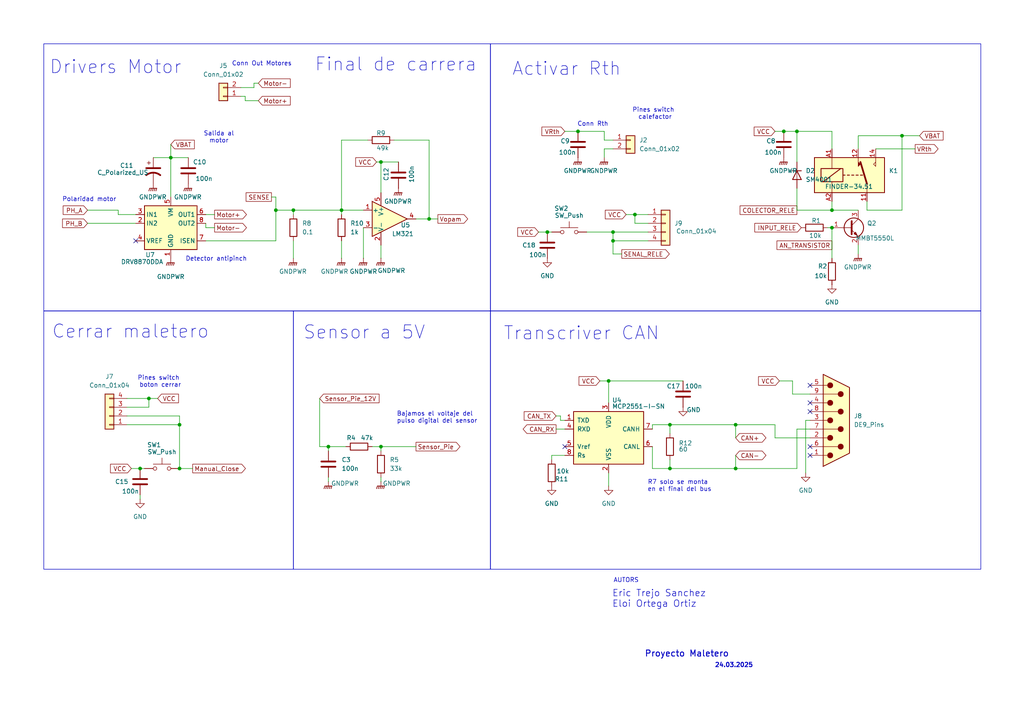
<source format=kicad_sch>
(kicad_sch (version 20250114) (generator "eeschema") (generator_version "9.0")
  (paper "A4")
  (lib_symbols
    (symbol "Amplifier_Operational:LM321" (pin_names (offset 0.127))
      (property "Reference" "U" (at 0 7.62 0))
      (property "Value" "LM321" (at 0 5.08 0))
      (symbol "LM321_0_1"
        (polyline (pts (xy -5.08 5.08) (xy 5.08 0) (xy -5.08 -5.08) (xy -5.08 5.08)) (stroke (width 0.254)) (fill (type background)))
      )
      (symbol "LM321_1_1"
        (pin input line (at -7.62 2.54 0) (length 2.54) (name "+") (number "1"))
        (pin input line (at -7.62 -2.54 0) (length 2.54) (name "-") (number "3"))
        (pin power_in line (at -2.54 7.62 270) (length 3.81) (name "V+") (number "5"))
        (pin power_in line (at -2.54 -7.62 90) (length 3.81) (name "V-") (number "2"))
        (pin output line (at 7.62 0 180) (length 2.54) (name "~") (number "4"))
      )
    )
    (symbol "Connector:DE9_Pins" (pin_names (offset 1.016) (hide yes))
      (property "Reference" "J" (at 0 13.97 0))
      (property "Value" "DE9_Pins" (at 0 -14.605 0))
      (symbol "DE9_Pins_0_1"
        (polyline (pts (xy -3.81 10.16) (xy -2.54 10.16)))
        (polyline (pts (xy -3.81 7.62) (xy 0.508 7.62)))
        (polyline (pts (xy -3.81 5.08) (xy -2.54 5.08)))
        (polyline (pts (xy -3.81 2.54) (xy 0.508 2.54)))
        (polyline (pts (xy -3.81 0) (xy -2.54 0)))
        (polyline (pts (xy -3.81 -2.54) (xy 0.508 -2.54)))
        (polyline (pts (xy -3.81 -5.08) (xy -2.54 -5.08)))
        (polyline (pts (xy -3.81 -7.62) (xy 0.508 -7.62)))
        (polyline (pts (xy -3.81 -10.16) (xy -2.54 -10.16)))
        (polyline (pts (xy -3.81 -13.335) (xy -3.81 13.335) (xy 3.81 9.525) (xy 3.81 -9.525) (xy -3.81 -13.335)) (stroke (width 0.254)) (fill (type background)))
        (circle (center -1.778 10.16) (radius 0.762) (fill (type outline)))
        (circle (center -1.778 5.08) (radius 0.762) (fill (type outline)))
        (circle (center -1.778 0) (radius 0.762) (fill (type outline)))
        (circle (center -1.778 -5.08) (radius 0.762) (fill (type outline)))
        (circle (center -1.778 -10.16) (radius 0.762) (fill (type outline)))
        (circle (center 1.27 7.62) (radius 0.762) (fill (type outline)))
        (circle (center 1.27 2.54) (radius 0.762) (fill (type outline)))
        (circle (center 1.27 -2.54) (radius 0.762) (fill (type outline)))
        (circle (center 1.27 -7.62) (radius 0.762) (fill (type outline)))
      )
      (symbol "DE9_Pins_1_1"
        (pin passive line (at -7.62 10.16 0) (length 3.81) (name "5") (number "5"))
        (pin passive line (at -7.62 7.62 0) (length 3.81) (name "9") (number "9"))
        (pin passive line (at -7.62 5.08 0) (length 3.81) (name "4") (number "4"))
        (pin passive line (at -7.62 2.54 0) (length 3.81) (name "8") (number "8"))
        (pin passive line (at -7.62 0 0) (length 3.81) (name "3") (number "3"))
        (pin passive line (at -7.62 -2.54 0) (length 3.81) (name "7") (number "7"))
        (pin passive line (at -7.62 -5.08 0) (length 3.81) (name "2") (number "2"))
        (pin passive line (at -7.62 -7.62 0) (length 3.81) (name "6") (number "6"))
        (pin passive line (at -7.62 -10.16 0) (length 3.81) (name "1") (number "1"))
      )
    )
    (symbol "Connector_Generic:Conn_01x02" (pin_names (offset 1.016) (hide yes))
      (property "Reference" "J" (at 0 2.54 0))
      (property "Value" "Conn_01x02" (at 0 -5.08 0))
      (symbol "Conn_01x02_1_1"
        (rectangle (start -1.27 1.27) (end 1.27 -3.81) (stroke (width 0.254)) (fill (type background)))
        (rectangle (start -1.27 0.127) (end 0 -0.127) (stroke (width 0.1524)))
        (rectangle (start -1.27 -2.413) (end 0 -2.667) (stroke (width 0.1524)))
        (pin passive line (at -5.08 0 0) (length 3.81) (name "Pin_1") (number "1"))
        (pin passive line (at -5.08 -2.54 0) (length 3.81) (name "Pin_2") (number "2"))
      )
    )
    (symbol "Connector_Generic:Conn_01x04" (pin_names (offset 1.016) (hide yes))
      (property "Reference" "J" (at 0 5.08 0))
      (property "Value" "Conn_01x04" (at 0 -7.62 0))
      (symbol "Conn_01x04_1_1"
        (rectangle (start -1.27 3.81) (end 1.27 -6.35) (stroke (width 0.254)) (fill (type background)))
        (rectangle (start -1.27 2.667) (end 0 2.413) (stroke (width 0.1524)))
        (rectangle (start -1.27 0.127) (end 0 -0.127) (stroke (width 0.1524)))
        (rectangle (start -1.27 -2.413) (end 0 -2.667) (stroke (width 0.1524)))
        (rectangle (start -1.27 -4.953) (end 0 -5.207) (stroke (width 0.1524)))
        (pin passive line (at -5.08 2.54 0) (length 3.81) (name "Pin_1") (number "1"))
        (pin passive line (at -5.08 0 0) (length 3.81) (name "Pin_2") (number "2"))
        (pin passive line (at -5.08 -2.54 0) (length 3.81) (name "Pin_3") (number "3"))
        (pin passive line (at -5.08 -5.08 0) (length 3.81) (name "Pin_4") (number "4"))
      )
    )
    (symbol "Device:C" (pin_numbers (hide yes)) (pin_names (offset 0.254))
      (property "Reference" "C" (at 0.635 2.54 0))
      (property "Value" "C" (at 0.635 -2.54 0))
      (symbol "C_0_1"
        (polyline (pts (xy -2.032 0.762) (xy 2.032 0.762)) (stroke (width 0.508)))
        (polyline (pts (xy -2.032 -0.762) (xy 2.032 -0.762)) (stroke (width 0.508)))
      )
      (symbol "C_1_1"
        (pin passive line (at 0 3.81 270) (length 2.794) (name "~") (number "1"))
        (pin passive line (at 0 -3.81 90) (length 2.794) (name "~") (number "2"))
      )
    )
    (symbol "Device:C_Polarized_US" (pin_numbers (hide yes)) (pin_names (offset 0.254) (hide yes))
      (property "Reference" "C" (at 0.635 2.54 0))
      (property "Value" "C_Polarized_US" (at 0.635 -2.54 0))
      (symbol "C_Polarized_US_0_1"
        (polyline (pts (xy -2.032 0.762) (xy 2.032 0.762)) (stroke (width 0.508)))
        (polyline (pts (xy -1.778 2.286) (xy -0.762 2.286)))
        (polyline (pts (xy -1.27 1.778) (xy -1.27 2.794)))
        (arc (start -2.032 -1.27) (mid 0 -0.5572) (end 2.032 -1.27) (stroke (width 0.508)))
      )
      (symbol "C_Polarized_US_1_1"
        (pin passive line (at 0 3.81 270) (length 2.794) (name "~") (number "1"))
        (pin passive line (at 0 -3.81 90) (length 3.302) (name "~") (number "2"))
      )
    )
    (symbol "Device:R" (pin_numbers (hide yes)) (pin_names (offset 0))
      (property "Reference" "R" (at 2.032 0 90))
      (property "Value" "R" (at 0 0 90))
      (symbol "R_0_1"
        (rectangle (start -1.016 -2.54) (end 1.016 2.54) (stroke (width 0.254)))
      )
      (symbol "R_1_1"
        (pin passive line (at 0 3.81 270) (length 1.27) (name "~") (number "1"))
        (pin passive line (at 0 -3.81 90) (length 1.27) (name "~") (number "2"))
      )
    )
    (symbol "Diode:SM4001" (pin_numbers (hide yes)) (pin_names (hide yes))
      (property "Reference" "D" (at 0 2.54 0))
      (property "Value" "SM4001" (at 0 -2.54 0))
      (symbol "SM4001_0_1"
        (polyline (pts (xy -1.27 1.27) (xy -1.27 -1.27)) (stroke (width 0.254)))
        (polyline (pts (xy 1.27 1.27) (xy 1.27 -1.27) (xy -1.27 0) (xy 1.27 1.27)) (stroke (width 0.254)))
        (polyline (pts (xy 1.27 0) (xy -1.27 0)))
      )
      (symbol "SM4001_1_1"
        (pin passive line (at -3.81 0 0) (length 2.54) (name "K") (number "1"))
        (pin passive line (at 3.81 0 180) (length 2.54) (name "A") (number "2"))
      )
    )
    (symbol "Driver_Motor:DRV8870DDA"
      (property "Reference" "U" (at -6.35 6.35 0))
      (property "Value" "DRV8870DDA" (at 8.89 6.35 0))
      (symbol "DRV8870DDA_0_1"
        (rectangle (start -7.62 5.08) (end 7.62 -7.62) (stroke (width 0.254)) (fill (type background)))
      )
      (symbol "DRV8870DDA_1_1"
        (pin input line (at -10.16 2.54 0) (length 2.54) (name "IN1") (number "3"))
        (pin input line (at -10.16 0 0) (length 2.54) (name "IN2") (number "2"))
        (pin input line (at -10.16 -5.08 0) (length 2.54) (name "VREF") (number "4"))
        (pin power_in line (at 0 7.62 270) (length 2.54) (name "VM") (number "5"))
        (pin power_in line (at 0 -10.16 90) (length 2.54) (name "GND") (number "1"))
        (pin passive line (at 0 -10.16 90) (length 2.54) (hide yes) (name "GND") (number "9"))
        (pin output line (at 10.16 2.54 180) (length 2.54) (name "OUT1") (number "6"))
        (pin output line (at 10.16 0 180) (length 2.54) (name "OUT2") (number "8"))
        (pin passive line (at 10.16 -5.08 180) (length 2.54) (name "ISEN") (number "7"))
      )
    )
    (symbol "Interface_CAN_LIN:MCP2551-I-SN" (pin_names (offset 1.016))
      (property "Reference" "U" (at -10.16 8.89 0))
      (property "Value" "MCP2551-I-SN" (at 2.54 8.89 0))
      (symbol "MCP2551-I-SN_0_1"
        (rectangle (start -10.16 7.62) (end 10.16 -7.62) (stroke (width 0.254)) (fill (type background)))
      )
      (symbol "MCP2551-I-SN_1_1"
        (pin input line (at -12.7 5.08 0) (length 2.54) (name "TXD") (number "1"))
        (pin output line (at -12.7 2.54 0) (length 2.54) (name "RXD") (number "4"))
        (pin power_out line (at -12.7 -2.54 0) (length 2.54) (name "Vref") (number "5"))
        (pin input line (at -12.7 -5.08 0) (length 2.54) (name "Rs") (number "8"))
        (pin power_in line (at 0 10.16 270) (length 2.54) (name "VDD") (number "3"))
        (pin power_in line (at 0 -10.16 90) (length 2.54) (name "VSS") (number "2"))
        (pin bidirectional line (at 12.7 2.54 180) (length 2.54) (name "CANH") (number "7"))
        (pin bidirectional line (at 12.7 -2.54 180) (length 2.54) (name "CANL") (number "6"))
      )
    )
    (symbol "Relay:FINDER-34.51"
      (property "Reference" "K" (at 11.43 3.81 0))
      (property "Value" "FINDER-34.51" (at 11.43 1.27 0))
      (symbol "FINDER-34.51_0_0"
        (polyline (pts (xy 7.62 5.08) (xy 7.62 2.54) (xy 6.985 3.175) (xy 7.62 3.81)))
      )
      (symbol "FINDER-34.51_0_1"
        (rectangle (start -10.16 5.08) (end 10.16 -5.08) (stroke (width 0.254)) (fill (type background)))
        (rectangle (start -8.255 1.905) (end -1.905 -1.905) (stroke (width 0.254)))
        (polyline (pts (xy -7.62 -1.905) (xy -2.54 1.905)) (stroke (width 0.254)))
        (polyline (pts (xy -5.08 5.08) (xy -5.08 1.905)))
        (polyline (pts (xy -5.08 -5.08) (xy -5.08 -1.905)))
        (polyline (pts (xy -1.905 0) (xy -1.27 0)) (stroke (width 0.254)))
        (polyline (pts (xy -0.635 0) (xy 0 0)) (stroke (width 0.254)))
        (polyline (pts (xy 0.635 0) (xy 1.27 0)) (stroke (width 0.254)))
        (polyline (pts (xy 1.905 0) (xy 2.54 0)) (stroke (width 0.254)))
        (polyline (pts (xy 2.54 5.08) (xy 2.54 2.54) (xy 3.175 3.175) (xy 2.54 3.81)) (fill (type outline)))
        (polyline (pts (xy 3.175 0) (xy 3.81 0)) (stroke (width 0.254)))
        (polyline (pts (xy 5.08 -2.54) (xy 3.175 3.81)) (stroke (width 0.508)))
        (polyline (pts (xy 5.08 -2.54) (xy 5.08 -5.08)))
      )
      (symbol "FINDER-34.51_1_1"
        (pin passive line (at -5.08 7.62 270) (length 2.54) (name "~") (number "A1"))
        (pin passive line (at -5.08 -7.62 90) (length 2.54) (name "~") (number "A2"))
        (pin passive line (at 2.54 7.62 270) (length 2.54) (name "~") (number "12"))
        (pin passive line (at 5.08 -7.62 90) (length 2.54) (name "~") (number "11"))
        (pin passive line (at 7.62 7.62 270) (length 2.54) (name "~") (number "14"))
      )
    )
    (symbol "Switch:SW_Push" (pin_numbers (hide yes)) (pin_names (offset 1.016) (hide yes))
      (property "Reference" "SW" (at 1.27 2.54 0))
      (property "Value" "SW_Push" (at 0 -1.524 0))
      (symbol "SW_Push_0_1"
        (circle (center -2.032 0) (radius 0.508))
        (polyline (pts (xy 0 1.27) (xy 0 3.048)))
        (circle (center 2.032 0) (radius 0.508))
        (polyline (pts (xy 2.54 1.27) (xy -2.54 1.27)))
        (pin passive line (at -5.08 0 0) (length 2.54) (name "1") (number "1"))
        (pin passive line (at 5.08 0 180) (length 2.54) (name "2") (number "2"))
      )
    )
    (symbol "Transistor_BJT:MMBT5550L" (pin_names (offset 0) (hide yes))
      (property "Reference" "Q" (at 5.08 1.905 0))
      (property "Value" "MMBT5550L" (at 5.08 0 0))
      (symbol "MMBT5550L_0_1"
        (polyline (pts (xy -2.54 0) (xy 0.635 0)))
        (polyline (pts (xy 0.635 1.905) (xy 0.635 -1.905)) (stroke (width 0.508)))
        (circle (center 1.27 0) (radius 2.8194) (stroke (width 0.254)))
      )
      (symbol "MMBT5550L_1_1"
        (polyline (pts (xy 0.635 0.635) (xy 2.54 2.54)))
        (polyline (pts (xy 0.635 -0.635) (xy 2.54 -2.54)))
        (polyline (pts (xy 1.27 -1.778) (xy 1.778 -1.27) (xy 2.286 -2.286) (xy 1.27 -1.778)) (fill (type outline)))
        (pin input line (at -5.08 0 0) (length 2.54) (name "B") (number "1"))
        (pin passive line (at 2.54 5.08 270) (length 2.54) (name "C") (number "3"))
        (pin passive line (at 2.54 -5.08 90) (length 2.54) (name "E") (number "2"))
      )
    )
    (symbol "power:GND" (power) (pin_numbers (hide yes)) (pin_names (offset 0) (hide yes))
      (property "Value" "GND" (at 0 -3.81 0))
      (symbol "GND_0_1"
        (polyline (pts (xy 0 0) (xy 0 -1.27) (xy 1.27 -1.27) (xy 0 -2.54) (xy -1.27 -1.27) (xy 0 -1.27)))
      )
      (symbol "GND_1_1"
        (pin power_in line (at 0 0 270) (length 0) (name "~") (number "1"))
      )
    )
    (symbol "power:GNDPWR" (power) (pin_numbers (hide yes)) (pin_names (offset 0) (hide yes))
      (property "Value" "GNDPWR" (at 0 -3.302 0))
      (symbol "GNDPWR_0_1"
        (polyline (pts (xy -1.016 -1.27) (xy -1.27 -2.032) (xy -1.27 -2.032)) (stroke (width 0.2032)))
        (polyline (pts (xy -0.508 -1.27) (xy -0.762 -2.032) (xy -0.762 -2.032)) (stroke (width 0.2032)))
        (polyline (pts (xy 0 -1.27) (xy 0 0)))
        (polyline (pts (xy 0 -1.27) (xy -0.254 -2.032) (xy -0.254 -2.032)) (stroke (width 0.2032)))
        (polyline (pts (xy 0.508 -1.27) (xy 0.254 -2.032) (xy 0.254 -2.032)) (stroke (width 0.2032)))
        (polyline (pts (xy 1.016 -1.27) (xy -1.016 -1.27) (xy -1.016 -1.27)) (stroke (width 0.2032)))
        (polyline (pts (xy 1.016 -1.27) (xy 0.762 -2.032) (xy 0.762 -2.032) (xy 0.762 -2.032)) (stroke (width 0.2032)))
      )
      (symbol "GNDPWR_1_1"
        (pin power_in line (at 0 0 270) (length 0) (name "~") (number "1"))
      )
    )
  )
  (rectangle (start 85.09 90.17) (end 142.24 165.1))
  (rectangle (start 12.7 90.17) (end 85.09 165.1))
  (rectangle (start 12.7 12.7) (end 142.24 90.17))
  (rectangle (start 142.24 90.17) (end 284.48 165.1))
  (rectangle (start 142.24 12.7) (end 284.48 90.17))
  (text "Transcriver CAN" (at 168.656 96.774 0) (effects (font (size 3.81 3.81))))
  (text "Pines switch \nboton cerrar" (at 46.482 110.744 0) (effects (font (size 1.27 1.27))))
  (text "Polaridad motor" (at 25.908 57.912 0) (effects (font (size 1.27 1.27))))
  (text "R7 solo se monta \nen el final del bus" (at 197.104 140.97 0) (effects (font (size 1.27 1.27))))
  (text "Final de carrera\n" (at 114.808 18.796 0) (effects (font (size 3.81 3.81))))
  (text "Salida al\nmotor" (at 63.5 39.878 0) (effects (font (size 1.27 1.27))))
  (text "Drivers Motor" (at 33.528 19.558 0) (effects (font (size 3.81 3.81))))
  (text "Activar Rth" (at 164.338 20.066 0) (effects (font (size 3.81 3.81))))
  (text "AUTORS" (at 181.61 168.402 0) (effects (font (size 1.27 1.27))))
  (text "24.03.2025" (at 207.264 193.04 0) (effects (font (size 1.27 1.27) (thickness 0.254) (bold yes)) (justify left)))
  (text "Proyecto Maletero" (at 186.944 189.738 0) (effects (font (size 1.778 1.778) (thickness 0.254) (bold yes)) (justify left)))
  (text "Detector antipinch" (at 62.738 75.184 0) (effects (font (size 1.27 1.27))))
  (text "Cerrar maletero" (at 37.846 96.266 0) (effects (font (size 3.81 3.81))))
  (text "Pines switch \ncalefactor" (at 189.992 33.02 0) (effects (font (size 1.27 1.27))))
  (text "Conn Out Motores\n" (at 75.946 18.542 0) (effects (font (size 1.27 1.27))))
  (text "Sensor a 5V" (at 105.664 96.52 0) (effects (font (size 3.81 3.81))))
  (text "Conn Rth" (at 171.958 36.068 0) (effects (font (size 1.27 1.27))))
  (text "Eric Trejo Sanchez\nEloi Ortega Ortiz" (at 177.546 173.736 0) (effects (font (size 1.905 1.905)) (justify left)))
  (text "Bajamos el voltaje del \npulso digital del sensor" (at 115.062 121.158 0) (effects (font (size 1.27 1.27)) (justify left)))
  (junction (at 194.31 123.19))
  (junction (at 52.07 135.89))
  (junction (at 49.53 45.72))
  (junction (at 52.07 123.19))
  (junction (at 158.75 67.31))
  (junction (at 177.8 69.85))
  (junction (at 241.3 60.96))
  (junction (at 110.49 46.99))
  (junction (at 213.36 123.19))
  (junction (at 227.33 38.1))
  (junction (at 167.64 38.1))
  (junction (at 80.01 60.96))
  (junction (at 95.25 129.54))
  (junction (at 43.18 115.57))
  (junction (at 99.06 60.96))
  (junction (at 110.49 129.54))
  (junction (at 213.36 135.89))
  (junction (at 124.46 63.5))
  (junction (at 194.31 135.89))
  (junction (at 231.14 38.1))
  (junction (at 241.3 66.04))
  (junction (at 261.62 39.37))
  (junction (at 85.09 60.96))
  (junction (at 184.15 62.23))
  (junction (at 177.8 67.31))
  (junction (at 40.64 135.89))
  (junction (at 176.53 110.49))
  (no_connect (at 234.95 116.84))
  (no_connect (at 163.83 129.54))
  (no_connect (at 234.95 111.76))
  (no_connect (at 234.95 132.08))
  (no_connect (at 234.95 129.54))
  (no_connect (at 39.37 69.85))
  (no_connect (at 234.95 119.38))
  (wire (pts (xy 175.26 43.18) (xy 177.8 43.18)))
  (wire (pts (xy 106.68 40.64) (xy 99.06 40.64)))
  (wire (pts (xy 40.64 143.51) (xy 40.64 144.78)))
  (wire (pts (xy 124.46 40.64) (xy 124.46 63.5)))
  (wire (pts (xy 52.07 135.89) (xy 55.88 135.89)))
  (wire (pts (xy 181.61 62.23) (xy 184.15 62.23)))
  (wire (pts (xy 229.87 110.49) (xy 229.87 114.3)))
  (wire (pts (xy 194.31 123.19) (xy 194.31 125.73)))
  (wire (pts (xy 175.26 45.72) (xy 175.26 43.18)))
  (wire (pts (xy 110.49 139.7) (xy 110.49 138.43)))
  (wire (pts (xy 177.8 69.85) (xy 187.96 69.85)))
  (wire (pts (xy 231.14 54.61) (xy 231.14 60.96)))
  (wire (pts (xy 248.92 73.66) (xy 248.92 71.12)))
  (wire (pts (xy 176.53 140.97) (xy 176.53 137.16)))
  (wire (pts (xy 213.36 123.19) (xy 224.79 123.19)))
  (wire (pts (xy 241.3 60.96) (xy 248.92 60.96)))
  (wire (pts (xy 34.29 62.23) (xy 39.37 62.23)))
  (wire (pts (xy 99.06 60.96) (xy 105.41 60.96)))
  (wire (pts (xy 95.25 138.43) (xy 95.25 139.7)))
  (wire (pts (xy 189.23 135.89) (xy 189.23 129.54)))
  (wire (pts (xy 231.14 38.1) (xy 227.33 38.1)))
  (wire (pts (xy 224.79 123.19) (xy 224.79 127)))
  (wire (pts (xy 49.53 45.72) (xy 49.53 57.15)))
  (wire (pts (xy 224.79 127) (xy 234.95 127)))
  (wire (pts (xy 241.3 66.04) (xy 240.03 66.04)))
  (wire (pts (xy 184.15 62.23) (xy 187.96 62.23)))
  (wire (pts (xy 105.41 74.93) (xy 105.41 66.04)))
  (wire (pts (xy 124.46 63.5) (xy 127 63.5)))
  (wire (pts (xy 156.21 67.31) (xy 158.75 67.31)))
  (wire (pts (xy 71.12 27.94) (xy 71.12 29.21)))
  (wire (pts (xy 92.71 129.54) (xy 95.25 129.54)))
  (wire (pts (xy 170.18 67.31) (xy 177.8 67.31)))
  (wire (pts (xy 163.83 38.1) (xy 167.64 38.1)))
  (wire (pts (xy 261.62 39.37) (xy 261.62 60.96)))
  (wire (pts (xy 34.29 60.96) (xy 34.29 62.23)))
  (wire (pts (xy 85.09 60.96) (xy 99.06 60.96)))
  (wire (pts (xy 25.4 64.77) (xy 39.37 64.77)))
  (wire (pts (xy 43.18 115.57) (xy 43.18 118.11)))
  (wire (pts (xy 74.93 24.13) (xy 73.66 24.13)))
  (wire (pts (xy 80.01 69.85) (xy 80.01 60.96)))
  (wire (pts (xy 229.87 114.3) (xy 234.95 114.3)))
  (wire (pts (xy 177.8 67.31) (xy 187.96 67.31)))
  (wire (pts (xy 177.8 69.85) (xy 177.8 73.66)))
  (wire (pts (xy 241.3 58.42) (xy 241.3 60.96)))
  (wire (pts (xy 226.06 110.49) (xy 229.87 110.49)))
  (wire (pts (xy 95.25 129.54) (xy 100.33 129.54)))
  (wire (pts (xy 254 43.18) (xy 265.43 43.18)))
  (wire (pts (xy 110.49 129.54) (xy 110.49 130.81)))
  (wire (pts (xy 41.91 135.89) (xy 40.64 135.89)))
  (wire (pts (xy 231.14 38.1) (xy 231.14 46.99)))
  (wire (pts (xy 231.14 60.96) (xy 241.3 60.96)))
  (wire (pts (xy 231.14 135.89) (xy 231.14 124.46)))
  (wire (pts (xy 95.25 130.81) (xy 95.25 129.54)))
  (wire (pts (xy 114.3 40.64) (xy 124.46 40.64)))
  (wire (pts (xy 189.23 123.19) (xy 194.31 123.19)))
  (wire (pts (xy 161.29 124.46) (xy 163.83 124.46)))
  (wire (pts (xy 85.09 69.85) (xy 85.09 74.93)))
  (wire (pts (xy 25.4 60.96) (xy 34.29 60.96)))
  (wire (pts (xy 194.31 135.89) (xy 194.31 133.35)))
  (wire (pts (xy 92.71 115.57) (xy 92.71 129.54)))
  (wire (pts (xy 49.53 45.72) (xy 54.61 45.72)))
  (wire (pts (xy 71.12 29.21) (xy 74.93 29.21)))
  (wire (pts (xy 110.49 46.99) (xy 110.49 55.88)))
  (wire (pts (xy 69.85 25.4) (xy 73.66 25.4)))
  (wire (pts (xy 107.95 129.54) (xy 110.49 129.54)))
  (wire (pts (xy 43.18 118.11) (xy 36.83 118.11)))
  (wire (pts (xy 85.09 60.96) (xy 85.09 62.23)))
  (wire (pts (xy 99.06 60.96) (xy 99.06 62.23)))
  (wire (pts (xy 52.07 120.65) (xy 52.07 123.19)))
  (wire (pts (xy 49.53 41.91) (xy 49.53 45.72)))
  (wire (pts (xy 109.22 46.99) (xy 110.49 46.99)))
  (wire (pts (xy 233.68 121.92) (xy 234.95 121.92)))
  (wire (pts (xy 99.06 40.64) (xy 99.06 60.96)))
  (wire (pts (xy 36.83 115.57) (xy 43.18 115.57)))
  (wire (pts (xy 160.02 67.31) (xy 158.75 67.31)))
  (wire (pts (xy 59.69 62.23) (xy 62.23 62.23)))
  (wire (pts (xy 241.3 74.93) (xy 241.3 66.04)))
  (wire (pts (xy 231.14 124.46) (xy 234.95 124.46)))
  (wire (pts (xy 59.69 64.77) (xy 59.69 66.04)))
  (wire (pts (xy 44.45 45.72) (xy 49.53 45.72)))
  (wire (pts (xy 184.15 64.77) (xy 187.96 64.77)))
  (wire (pts (xy 120.65 63.5) (xy 124.46 63.5)))
  (wire (pts (xy 160.02 133.35) (xy 160.02 132.08)))
  (wire (pts (xy 80.01 60.96) (xy 80.01 57.15)))
  (wire (pts (xy 59.69 66.04) (xy 62.23 66.04)))
  (wire (pts (xy 36.83 120.65) (xy 52.07 120.65)))
  (wire (pts (xy 161.29 120.65) (xy 162.56 120.65)))
  (wire (pts (xy 261.62 39.37) (xy 266.7 39.37)))
  (wire (pts (xy 80.01 60.96) (xy 85.09 60.96)))
  (wire (pts (xy 241.3 38.1) (xy 231.14 38.1)))
  (wire (pts (xy 73.66 24.13) (xy 73.66 25.4)))
  (wire (pts (xy 213.36 132.08) (xy 213.36 135.89)))
  (wire (pts (xy 251.46 58.42) (xy 251.46 60.96)))
  (wire (pts (xy 173.99 110.49) (xy 176.53 110.49)))
  (wire (pts (xy 110.49 74.93) (xy 110.49 71.12)))
  (wire (pts (xy 110.49 46.99) (xy 115.57 46.99)))
  (wire (pts (xy 177.8 73.66) (xy 180.34 73.66)))
  (wire (pts (xy 162.56 121.92) (xy 163.83 121.92)))
  (wire (pts (xy 43.18 115.57) (xy 45.72 115.57)))
  (wire (pts (xy 241.3 43.18) (xy 241.3 38.1)))
  (wire (pts (xy 38.1 135.89) (xy 40.64 135.89)))
  (wire (pts (xy 233.68 121.92) (xy 233.68 137.16)))
  (wire (pts (xy 36.83 123.19) (xy 52.07 123.19)))
  (wire (pts (xy 227.33 38.1) (xy 224.79 38.1)))
  (wire (pts (xy 177.8 69.85) (xy 177.8 67.31)))
  (wire (pts (xy 248.92 43.18) (xy 248.92 39.37)))
  (wire (pts (xy 194.31 123.19) (xy 213.36 123.19)))
  (wire (pts (xy 176.53 110.49) (xy 176.53 116.84)))
  (wire (pts (xy 59.69 69.85) (xy 80.01 69.85)))
  (wire (pts (xy 175.26 38.1) (xy 175.26 40.64)))
  (wire (pts (xy 175.26 40.64) (xy 177.8 40.64)))
  (wire (pts (xy 69.85 27.94) (xy 71.12 27.94)))
  (wire (pts (xy 110.49 129.54) (xy 120.65 129.54)))
  (wire (pts (xy 184.15 62.23) (xy 184.15 64.77)))
  (wire (pts (xy 194.31 135.89) (xy 213.36 135.89)))
  (wire (pts (xy 167.64 38.1) (xy 175.26 38.1)))
  (wire (pts (xy 213.36 135.89) (xy 231.14 135.89)))
  (wire (pts (xy 248.92 39.37) (xy 261.62 39.37)))
  (wire (pts (xy 78.74 57.15) (xy 80.01 57.15)))
  (wire (pts (xy 176.53 110.49) (xy 198.12 110.49)))
  (wire (pts (xy 162.56 120.65) (xy 162.56 121.92)))
  (wire (pts (xy 189.23 135.89) (xy 194.31 135.89)))
  (wire (pts (xy 99.06 74.93) (xy 99.06 69.85)))
  (wire (pts (xy 251.46 60.96) (xy 261.62 60.96)))
  (wire (pts (xy 52.07 123.19) (xy 52.07 135.89)))
  (wire (pts (xy 213.36 123.19) (xy 213.36 127)))
  (wire (pts (xy 160.02 132.08) (xy 163.83 132.08)))
  (wire (pts (xy 189.23 123.19) (xy 189.23 124.46)))
  (global_label "SENSE" (shape passive) (at 78.74 57.15 180) (property "Intersheetrefs" "${INTERSHEET_REFS}" (effects (hide yes))))
  (global_label "VCC" (shape input) (at 224.79 38.1 180) (property "Intersheetrefs" "${INTERSHEET_REFS}" (effects (hide yes))))
  (global_label "Motor+" (shape input) (at 74.93 29.21 0) (property "Intersheetrefs" "${INTERSHEET_REFS}" (effects (hide yes))))
  (global_label "VRth" (shape output) (at 265.43 43.18 0) (property "Intersheetrefs" "${INTERSHEET_REFS}" (effects (hide yes))))
  (global_label "Motor-" (shape output) (at 62.23 66.04 0) (property "Intersheetrefs" "${INTERSHEET_REFS}" (effects (hide yes))))
  (global_label "Motor+" (shape output) (at 62.23 62.23 0) (property "Intersheetrefs" "${INTERSHEET_REFS}" (effects (hide yes))))
  (global_label "COLECTOR_RELE" (shape passive) (at 231.14 60.96 180) (property "Intersheetrefs" "${INTERSHEET_REFS}" (effects (hide yes))))
  (global_label "CAN-" (shape bidirectional) (at 213.36 132.08 0) (property "Intersheetrefs" "${INTERSHEET_REFS}" (effects (hide yes))))
  (global_label "VBAT" (shape input) (at 266.7 39.37 0) (property "Intersheetrefs" "${INTERSHEET_REFS}" (effects (hide yes))))
  (global_label "VCC" (shape input) (at 38.1 135.89 180) (property "Intersheetrefs" "${INTERSHEET_REFS}" (effects (hide yes))))
  (global_label "AN_TRANSISTOR" (shape passive) (at 241.3 71.12 180) (property "Intersheetrefs" "${INTERSHEET_REFS}" (effects (hide yes))))
  (global_label "PH_A" (shape input) (at 25.4 60.96 180) (property "Intersheetrefs" "${INTERSHEET_REFS}" (effects (hide yes))))
  (global_label "Sensor_Pie_12V" (shape input) (at 92.71 115.57 0) (property "Intersheetrefs" "${INTERSHEET_REFS}" (effects (hide yes))))
  (global_label "VCC" (shape input) (at 156.21 67.31 180) (property "Intersheetrefs" "${INTERSHEET_REFS}" (effects (hide yes))))
  (global_label "SENAL_RELE" (shape output) (at 180.34 73.66 0) (property "Intersheetrefs" "${INTERSHEET_REFS}" (effects (hide yes))))
  (global_label "Sensor_Pie" (shape output) (at 120.65 129.54 0) (property "Intersheetrefs" "${INTERSHEET_REFS}" (effects (hide yes))))
  (global_label "Motor-" (shape input) (at 74.93 24.13 0) (property "Intersheetrefs" "${INTERSHEET_REFS}" (effects (hide yes))))
  (global_label "VCC" (shape input) (at 226.06 110.49 180) (property "Intersheetrefs" "${INTERSHEET_REFS}" (effects (hide yes))))
  (global_label "VBAT" (shape input) (at 49.53 41.91 0) (property "Intersheetrefs" "${INTERSHEET_REFS}" (effects (hide yes))))
  (global_label "Manual_Close" (shape output) (at 55.88 135.89 0) (property "Intersheetrefs" "${INTERSHEET_REFS}" (effects (hide yes))))
  (global_label "VCC" (shape input) (at 45.72 115.57 0) (property "Intersheetrefs" "${INTERSHEET_REFS}" (effects (hide yes))))
  (global_label "INPUT_RELE" (shape input) (at 232.41 66.04 180) (property "Intersheetrefs" "${INTERSHEET_REFS}" (effects (hide yes))))
  (global_label "VCC" (shape input) (at 173.99 110.49 180) (property "Intersheetrefs" "${INTERSHEET_REFS}" (effects (hide yes))))
  (global_label "VCC" (shape input) (at 181.61 62.23 180) (property "Intersheetrefs" "${INTERSHEET_REFS}" (effects (hide yes))))
  (global_label "Vopam" (shape output) (at 127 63.5 0) (property "Intersheetrefs" "${INTERSHEET_REFS}" (effects (hide yes))))
  (global_label "CAN+" (shape bidirectional) (at 213.36 127 0) (property "Intersheetrefs" "${INTERSHEET_REFS}" (effects (hide yes))))
  (global_label "CAN_TX" (shape input) (at 161.29 120.65 180) (property "Intersheetrefs" "${INTERSHEET_REFS}" (effects (hide yes))))
  (global_label "VCC" (shape input) (at 109.22 46.99 180) (property "Intersheetrefs" "${INTERSHEET_REFS}" (effects (hide yes))))
  (global_label "PH_B" (shape input) (at 25.4 64.77 180) (property "Intersheetrefs" "${INTERSHEET_REFS}" (effects (hide yes))))
  (global_label "VRth" (shape input) (at 163.83 38.1 180) (property "Intersheetrefs" "${INTERSHEET_REFS}" (effects (hide yes))))
  (global_label "CAN_RX" (shape output) (at 161.29 124.46 180) (property "Intersheetrefs" "${INTERSHEET_REFS}" (effects (hide yes))))
  (symbol (lib_id "Device:C_Polarized_US") (at 44.45 49.53 0) (unit 1)
    (property "Reference" "C11" (at 34.798 48.006 0) (effects (justify left)))
    (property "Value" "C_Polarized_US" (at 28.194 50.038 0) (effects (justify left)))
    (property "Footprint" "Capacitor_SMD:CP_Elec_3x5.3" (effects (hide yes)))
    (property "Description" "Polarized capacitor, US symbol" (effects (hide yes)))
  )
  (symbol (lib_id "Device:R") (at 99.06 66.04 180) (unit 1)
    (property "Reference" "R10" (at 101.6 64.7699 0) (effects (justify right)))
    (property "Value" "1k" (at 101.6 67.3099 0) (effects (justify right)))
    (property "Footprint" "Resistor_SMD:R_0805_2012Metric" (effects (hide yes)))
    (property "Description" "Resistor" (effects (hide yes)))
  )
  (symbol (lib_id "Device:R") (at 110.49 40.64 90) (unit 1)
    (property "Reference" "R9" (at 110.49 38.608 90))
    (property "Value" "49k" (at 110.998 42.926 90))
    (property "Footprint" "Resistor_SMD:R_0805_2012Metric" (effects (hide yes)))
    (property "Description" "Resistor" (effects (hide yes)))
  )
  (symbol (lib_id "power:GNDPWR") (at 175.26 45.72 0) (unit 1)
    (property "Reference" "#PWR04" (effects (hide yes)))
    (property "Value" "GNDPWR" (at 175.133 49.53 0))
    (property "Description" "Power symbol creates a global label with name \"GNDPWR\" , global ground" (effects (hide yes)))
  )
  (symbol (lib_id "Device:C") (at 198.12 114.3 180) (unit 1)
    (property "Reference" "C17" (at 195.326 112.014 0))
    (property "Value" "100n" (at 201.168 112.014 0))
    (property "Footprint" "Capacitor_SMD:C_0805_2012Metric" (effects (hide yes)))
    (property "Description" "Unpolarized capacitor" (effects (hide yes)))
  )
  (symbol (lib_id "Connector_Generic:Conn_01x02") (at 64.77 27.94 180) (unit 1)
    (property "Reference" "J5" (at 64.77 19.05 0))
    (property "Value" "Conn_01x02" (at 64.77 21.59 0))
    (property "Footprint" "TerminalBlock_Phoenix:TerminalBlock_Phoenix_MKDS-1,5-2-5.08_1x02_P5.08mm_Horizontal" (effects (hide yes)))
    (property "Description" "Generic connector, single row, 01x02, script generated (kicad-library-utils/schlib/autogen/connector/)" (effects (hide yes)))
  )
  (symbol (lib_id "Device:R") (at 104.14 129.54 90) (unit 1)
    (property "Reference" "R4" (at 101.854 127 90))
    (property "Value" "47k" (at 106.426 127 90))
    (property "Footprint" "Resistor_SMD:R_0805_2012Metric" (effects (hide yes)))
    (property "Description" "Resistor" (effects (hide yes)))
  )
  (symbol (lib_id "power:GNDPWR") (at 105.41 74.93 0) (unit 1)
    (property "Reference" "#PWR046" (effects (hide yes)))
    (property "Value" "GNDPWR" (at 105.41 78.74 0))
    (property "Description" "Power symbol creates a global label with name \"GNDPWR\" , global ground" (effects (hide yes)))
  )
  (symbol (lib_id "Relay:FINDER-34.51") (at 246.38 50.8 0) (unit 1)
    (property "Reference" "K1" (at 257.81 49.5299 0) (effects (justify left)))
    (property "Value" "FINDER-34.51" (at 239.268 54.102 0) (effects (justify left)))
    (property "Footprint" "Relay_THT:Relay_SPDT_Finder_34.51_Vertical" (effects (hide yes)))
    (property "Datasheet" "https://gfinder.findernet.com/public/attachments/34/EN/S34USAEN.pdf" (effects (hide yes)))
    (property "Description" "Ultra-slim 1 Pole - 6A SPDT relay" (effects (hide yes)))
  )
  (symbol (lib_id "Connector:DE9_Pins") (at 242.57 121.92 0) (unit 1)
    (property "Reference" "J8" (at 247.65 120.6499 0) (effects (justify left)))
    (property "Value" "DE9_Pins" (at 247.65 123.1899 0) (effects (justify left)))
    (property "Footprint" "Connector_Dsub:DSUB-9_Pins_Horizontal_P2.77x2.54mm_EdgePinOffset9.40mm" (effects (hide yes)))
    (property "Description" "9-pin D-SUB connector, pins (male)" (effects (hide yes)))
  )
  (symbol (lib_id "Device:R") (at 236.22 66.04 90) (unit 1)
    (property "Reference" "R1" (at 236.728 64.008 90))
    (property "Value" "10k" (at 236.474 68.326 90))
    (property "Footprint" "Resistor_SMD:R_0805_2012Metric" (effects (hide yes)))
    (property "Description" "Resistor" (effects (hide yes)))
  )
  (symbol (lib_id "power:GND") (at 160.02 140.97 0) (unit 1)
    (property "Reference" "#PWR023" (effects (hide yes)))
    (property "Value" "GND" (at 160.02 146.05 0))
    (property "Description" "Power symbol creates a global label with name \"GND\" , ground" (effects (hide yes)))
  )
  (symbol (lib_id "power:GNDPWR") (at 110.49 74.93 0) (unit 1)
    (property "Reference" "#PWR047" (effects (hide yes)))
    (property "Value" "GNDPWR" (at 113.538 78.486 0))
    (property "Description" "Power symbol creates a global label with name \"GNDPWR\" , global ground" (effects (hide yes)))
  )
  (symbol (lib_id "Amplifier_Operational:LM321") (at 113.03 63.5 0) (unit 1)
    (property "Reference" "U5" (at 117.602 65.278 0))
    (property "Value" "LM321" (at 116.84 67.818 0))
    (property "Footprint" "Package_TO_SOT_SMD:SOT-23-5" (effects (hide yes)))
    (property "Datasheet" "http://www.ti.com/lit/ds/symlink/lm321.pdf" (effects (hide yes)))
    (property "Description" "Low Power Single Operational Amplifier, SOT-23-5" (effects (hide yes)))
  )
  (symbol (lib_id "Device:R") (at 85.09 66.04 0) (unit 1)
    (property "Reference" "R8" (at 87.63 64.7699 0) (effects (justify left)))
    (property "Value" "0.1" (at 87.63 67.3099 0) (effects (justify left)))
    (property "Footprint" "Resistor_SMD:R_0805_2012Metric" (effects (hide yes)))
    (property "Description" "Resistor" (effects (hide yes)))
  )
  (symbol (lib_id "Device:R") (at 194.31 129.54 0) (unit 1)
    (property "Reference" "R12" (at 196.85 128.524 0) (effects (justify left)))
    (property "Value" "60" (at 196.85 130.302 0) (effects (justify left)))
    (property "Footprint" "Resistor_SMD:R_0805_2012Metric" (effects (hide yes)))
    (property "Description" "Resistor" (effects (hide yes)))
  )
  (symbol (lib_id "power:GNDPWR") (at 49.53 74.93 0) (unit 1)
    (property "Reference" "#PWR048" (effects (hide yes)))
    (property "Value" "GNDPWR" (at 49.53 80.264 0))
    (property "Description" "Power symbol creates a global label with name \"GNDPWR\" , global ground" (effects (hide yes)))
  )
  (symbol (lib_id "Driver_Motor:DRV8870DDA") (at 49.53 64.77 0) (unit 1)
    (property "Reference" "U7" (at 42.164 73.914 0) (effects (justify left)))
    (property "Value" "DRV8870DDA" (at 35.052 75.946 0) (effects (justify left)))
    (property "Footprint" "Package_SO:Texas_HTSOP-8-1EP_3.9x4.9mm_P1.27mm_EP2.95x4.9mm_Mask2.4x3.1mm_ThermalVias" (effects (hide yes)))
    (property "Datasheet" "http://www.ti.com/lit/ds/symlink/drv8870.pdf" (effects (hide yes)))
    (property "Description" "Brushed DC Motor Driver, PWM Control, 45V, 3.6A, Dynamic current limiting, HTSOP-8" (effects (hide yes)))
  )
  (symbol (lib_id "power:GND") (at 233.68 137.16 0) (unit 1)
    (property "Reference" "#PWR011" (effects (hide yes)))
    (property "Value" "GND" (at 233.68 142.24 0))
    (property "Description" "Power symbol creates a global label with name \"GND\" , ground" (effects (hide yes)))
  )
  (symbol (lib_id "power:GND") (at 176.53 140.97 0) (unit 1)
    (property "Reference" "#PWR025" (effects (hide yes)))
    (property "Value" "GND" (at 176.53 146.05 0))
    (property "Description" "Power symbol creates a global label with name \"GND\" , ground" (effects (hide yes)))
  )
  (symbol (lib_id "power:GNDPWR") (at 99.06 74.93 0) (unit 1)
    (property "Reference" "#PWR024" (effects (hide yes)))
    (property "Value" "GNDPWR" (at 97.028 78.74 0))
    (property "Description" "Power symbol creates a global label with name \"GNDPWR\" , global ground" (effects (hide yes)))
  )
  (symbol (lib_id "Device:C") (at 167.64 41.91 0) (unit 1)
    (property "Reference" "C9" (at 162.56 40.894 0) (effects (justify left)))
    (property "Value" "100n" (at 162.052 44.196 0) (effects (justify left)))
    (property "Footprint" "Capacitor_SMD:C_0805_2012Metric" (effects (hide yes)))
    (property "Description" "Unpolarized capacitor" (effects (hide yes)))
  )
  (symbol (lib_id "power:GND") (at 158.75 74.93 0) (unit 1)
    (property "Reference" "#PWR08" (effects (hide yes)))
    (property "Value" "GND" (at 158.75 80.01 0))
    (property "Description" "Power symbol creates a global label with name \"GND\" , ground" (effects (hide yes)))
  )
  (symbol (lib_id "Connector_Generic:Conn_01x02") (at 182.88 40.64 0) (unit 1)
    (property "Reference" "J2" (at 185.42 40.6399 0) (effects (justify left)))
    (property "Value" "Conn_01x02" (at 185.42 43.1799 0) (effects (justify left)))
    (property "Footprint" "TerminalBlock_Phoenix:TerminalBlock_Phoenix_MKDS-1,5-2-5.08_1x02_P5.08mm_Horizontal" (effects (hide yes)))
    (property "Description" "Generic connector, single row, 01x02, script generated (kicad-library-utils/schlib/autogen/connector/)" (effects (hide yes)))
  )
  (symbol (lib_id "power:GNDPWR") (at 248.92 73.66 0) (unit 1)
    (property "Reference" "#PWR050" (effects (hide yes)))
    (property "Value" "GNDPWR" (at 248.793 77.47 0))
    (property "Description" "Power symbol creates a global label with name \"GNDPWR\" , global ground" (effects (hide yes)))
  )
  (symbol (lib_id "Switch:SW_Push") (at 46.99 135.89 0) (unit 1) (exclude_from_sim yes) (in_bom no) (on_board no)
    (property "Reference" "SW1" (at 44.704 129.032 0))
    (property "Value" "SW_Push" (at 46.99 131.064 0))
    (property "Description" "Push button switch, generic, two pins" (effects (hide yes)))
  )
  (symbol (lib_id "Device:R") (at 110.49 134.62 0) (unit 1)
    (property "Reference" "R5" (at 113.03 133.3499 0) (effects (justify left)))
    (property "Value" "33k" (at 113.03 135.8899 0) (effects (justify left)))
    (property "Footprint" "Resistor_SMD:R_0805_2012Metric" (effects (hide yes)))
    (property "Description" "Resistor" (effects (hide yes)))
  )
  (symbol (lib_id "power:GNDPWR") (at 227.33 45.72 0) (unit 1)
    (property "Reference" "#PWR038" (effects (hide yes)))
    (property "Value" "GNDPWR" (at 227.203 49.53 0))
    (property "Description" "Power symbol creates a global label with name \"GNDPWR\" , global ground" (effects (hide yes)))
  )
  (symbol (lib_id "power:GNDPWR") (at 115.57 54.61 0) (unit 1)
    (property "Reference" "#PWR053" (effects (hide yes)))
    (property "Value" "GNDPWR" (at 115.443 58.42 0))
    (property "Description" "Power symbol creates a global label with name \"GNDPWR\" , global ground" (effects (hide yes)))
  )
  (symbol (lib_id "power:GND") (at 40.64 144.78 0) (unit 1)
    (property "Reference" "#PWR07" (effects (hide yes)))
    (property "Value" "GND" (at 40.64 149.86 0))
    (property "Description" "Power symbol creates a global label with name \"GND\" , ground" (effects (hide yes)))
  )
  (symbol (lib_id "power:GNDPWR") (at 44.45 53.34 0) (unit 1)
    (property "Reference" "#PWR09" (effects (hide yes)))
    (property "Value" "GNDPWR" (at 44.323 57.15 0))
    (property "Description" "Power symbol creates a global label with name \"GNDPWR\" , global ground" (effects (hide yes)))
  )
  (symbol (lib_id "Device:C") (at 115.57 50.8 0) (unit 1)
    (property "Reference" "C12" (at 112.014 50.546 90))
    (property "Value" "100n" (at 119.38 50.546 90))
    (property "Footprint" "Capacitor_SMD:C_0805_2012Metric" (effects (hide yes)))
    (property "Description" "Unpolarized capacitor" (effects (hide yes)))
  )
  (symbol (lib_id "power:GNDPWR") (at 167.64 45.72 0) (unit 1)
    (property "Reference" "#PWR03" (effects (hide yes)))
    (property "Value" "GNDPWR" (at 167.513 49.53 0))
    (property "Description" "Power symbol creates a global label with name \"GNDPWR\" , global ground" (effects (hide yes)))
  )
  (symbol (lib_id "Device:R") (at 160.02 137.16 180) (unit 1)
    (property "Reference" "R11" (at 164.846 138.938 0) (effects (justify left)))
    (property "Value" "10k" (at 165.1 136.652 0) (effects (justify left)))
    (property "Footprint" "Resistor_SMD:R_0805_2012Metric" (effects (hide yes)))
    (property "Description" "Resistor" (effects (hide yes)))
  )
  (symbol (lib_id "Device:C") (at 95.25 134.62 0) (unit 1)
    (property "Reference" "C3" (at 99.06 133.3499 0) (effects (justify left)))
    (property "Value" "100n" (at 99.06 135.8899 0) (effects (justify left)))
    (property "Footprint" "Capacitor_SMD:C_0805_2012Metric" (effects (hide yes)))
    (property "Description" "Unpolarized capacitor" (effects (hide yes)))
  )
  (symbol (lib_id "Diode:SM4001") (at 231.14 50.8 270) (unit 1)
    (property "Reference" "D2" (at 233.68 49.5299 90) (effects (justify left)))
    (property "Value" "SM4001" (at 233.68 52.0699 90) (effects (justify left)))
    (property "Footprint" "Diode_SMD:D_MELF" (effects (hide yes)))
    (property "Datasheet" "http://cdn-reichelt.de/documents/datenblatt/A400/SMD1N400%23DIO.pdf" (effects (hide yes)))
    (property "Description" "50V 1A General Purpose Rectifier Diode, MELF" (effects (hide yes)))
    (property "Sim.Device" "D" (effects (hide yes)))
    (property "Sim.Pins" "1=K 2=A" (effects (hide yes)))
  )
  (symbol (lib_id "Switch:SW_Push") (at 165.1 67.31 0) (unit 1) (exclude_from_sim yes) (in_bom no) (on_board no)
    (property "Reference" "SW2" (at 162.814 60.452 0))
    (property "Value" "SW_Push" (at 165.1 62.484 0))
    (property "Description" "Push button switch, generic, two pins" (effects (hide yes)))
  )
  (symbol (lib_id "Device:C") (at 54.61 49.53 180) (unit 1)
    (property "Reference" "C10" (at 57.912 46.99 0))
    (property "Value" "100n" (at 59.182 51.816 0))
    (property "Footprint" "Capacitor_SMD:C_0805_2012Metric" (effects (hide yes)))
    (property "Description" "Unpolarized capacitor" (effects (hide yes)))
  )
  (symbol (lib_id "Interface_CAN_LIN:MCP2551-I-SN") (at 176.53 127 0) (unit 1)
    (property "Reference" "U4" (at 177.546 116.078 0) (effects (justify left)))
    (property "Value" "MCP2551-I-SN" (at 177.546 117.856 0) (effects (justify left)))
    (property "Footprint" "Package_SO:SOIC-8_3.9x4.9mm_P1.27mm" (effects (hide yes)))
    (property "Datasheet" "http://ww1.microchip.com/downloads/en/devicedoc/21667d.pdf" (effects (hide yes)))
    (property "Description" "High-Speed CAN Transceiver, 1Mbps, 5V supply, SOIC-8" (effects (hide yes)))
  )
  (symbol (lib_id "power:GNDPWR") (at 95.25 139.7 0) (unit 1)
    (property "Reference" "#PWR02" (effects (hide yes)))
    (property "Value" "GNDPWR" (at 100.076 140.208 0))
    (property "Description" "Power symbol creates a global label with name \"GNDPWR\" , global ground" (effects (hide yes)))
  )
  (symbol (lib_id "Transistor_BJT:MMBT5550L") (at 246.38 66.04 0) (unit 1)
    (property "Reference" "Q2" (at 251.46 64.7699 0) (effects (justify left)))
    (property "Value" "MMBT5550L" (at 248.158 69.088 0) (effects (justify left)))
    (property "Footprint" "Package_TO_SOT_SMD:SOT-23" (effects (hide yes)))
    (property "Datasheet" "www.onsemi.com/pub/Collateral/MMBT5550LT1-D.PDF" (effects (hide yes)))
    (property "Description" "0.6A Ic, 140V Vce, NPN Transistor, SOT-23" (effects (hide yes)))
  )
  (symbol (lib_id "Device:C") (at 227.33 41.91 0) (unit 1)
    (property "Reference" "C8" (at 222.25 40.894 0) (effects (justify left)))
    (property "Value" "100n" (at 221.742 44.196 0) (effects (justify left)))
    (property "Footprint" "Capacitor_SMD:C_0805_2012Metric" (effects (hide yes)))
    (property "Description" "Unpolarized capacitor" (effects (hide yes)))
  )
  (symbol (lib_id "Connector_Generic:Conn_01x04") (at 193.04 64.77 0) (unit 1)
    (property "Reference" "J9" (at 195.58 64.7699 0) (effects (justify left)))
    (property "Value" "Conn_01x04" (at 196.088 67.056 0) (effects (justify left)))
    (property "Footprint" "Connector_PinHeader_2.54mm:PinHeader_1x04_P2.54mm_Vertical" (effects (hide yes)))
    (property "Description" "Generic connector, single row, 01x04, script generated (kicad-library-utils/schlib/autogen/connector/)" (effects (hide yes)))
  )
  (symbol (lib_id "power:GNDPWR") (at 85.09 74.93 0) (unit 1)
    (property "Reference" "#PWR037" (effects (hide yes)))
    (property "Value" "GNDPWR" (at 84.963 78.74 0))
    (property "Description" "Power symbol creates a global label with name \"GNDPWR\" , global ground" (effects (hide yes)))
  )
  (symbol (lib_id "Device:C") (at 40.64 139.7 180) (unit 1)
    (property "Reference" "C15" (at 35.306 139.7 0))
    (property "Value" "100n" (at 37.846 142.494 0))
    (property "Footprint" "Capacitor_SMD:C_0805_2012Metric" (effects (hide yes)))
    (property "Description" "Unpolarized capacitor" (effects (hide yes)))
  )
  (symbol (lib_id "Device:R") (at 241.3 78.74 0) (unit 1)
    (property "Reference" "R2" (at 237.236 77.216 0) (effects (justify left)))
    (property "Value" "10k" (at 236.22 80.01 0) (effects (justify left)))
    (property "Footprint" "Resistor_SMD:R_0805_2012Metric" (effects (hide yes)))
    (property "Description" "Resistor" (effects (hide yes)))
  )
  (symbol (lib_id "power:GND") (at 241.3 82.55 0) (unit 1)
    (property "Reference" "#PWR06" (effects (hide yes)))
    (property "Value" "GND" (at 241.3 87.63 0))
    (property "Description" "Power symbol creates a global label with name \"GND\" , ground" (effects (hide yes)))
  )
  (symbol (lib_id "Device:C") (at 158.75 71.12 180) (unit 1)
    (property "Reference" "C18" (at 153.416 71.12 0))
    (property "Value" "100n" (at 155.956 73.914 0))
    (property "Footprint" "Capacitor_SMD:C_0805_2012Metric" (effects (hide yes)))
    (property "Description" "Unpolarized capacitor" (effects (hide yes)))
  )
  (symbol (lib_id "Connector_Generic:Conn_01x04") (at 31.75 120.65 180) (unit 1)
    (property "Reference" "J7" (at 31.75 109.22 0))
    (property "Value" "Conn_01x04" (at 31.75 111.76 0))
    (property "Footprint" "Connector_PinHeader_2.54mm:PinHeader_1x04_P2.54mm_Vertical" (effects (hide yes)))
    (property "Description" "Generic connector, single row, 01x04, script generated (kicad-library-utils/schlib/autogen/connector/)" (effects (hide yes)))
  )
  (symbol (lib_id "power:GNDPWR") (at 110.49 139.7 0) (unit 1)
    (property "Reference" "#PWR01" (effects (hide yes)))
    (property "Value" "GNDPWR" (at 115.062 140.208 0))
    (property "Description" "Power symbol creates a global label with name \"GNDPWR\" , global ground" (effects (hide yes)))
  )
  (symbol (lib_id "power:GND") (at 198.12 118.11 0) (unit 1)
    (property "Reference" "#PWR029" (effects (hide yes)))
    (property "Value" "GND" (at 199.136 118.872 0) (effects (justify left)))
    (property "Description" "Power symbol creates a global label with name \"GND\" , ground" (effects (hide yes)))
  )
  (symbol (lib_id "power:GNDPWR") (at 54.61 53.34 0) (unit 1)
    (property "Reference" "#PWR031" (effects (hide yes)))
    (property "Value" "GNDPWR" (at 54.483 57.15 0))
    (property "Description" "Power symbol creates a global label with name \"GNDPWR\" , global ground" (effects (hide yes)))
  )
)
</source>
